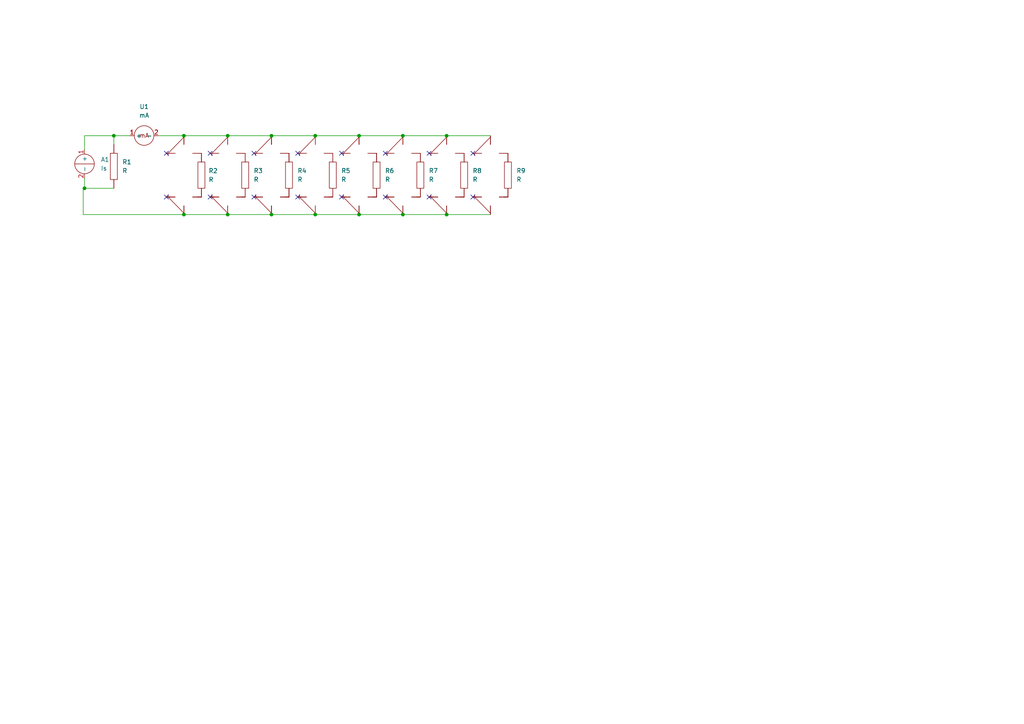
<source format=kicad_sch>
(kicad_sch (version 20211123) (generator eeschema)

  (uuid ff4b4f67-e865-45fb-81bd-9e3977c6177d)

  (paper "A4")

  (lib_symbols
    (symbol "Rly_1" (pin_numbers hide) (pin_names hide) (in_bom yes) (on_board yes)
      (property "Reference" "U" (id 0) (at -3.6576 -1.5748 0)
        (effects (font (size 1.27 1.27)))
      )
      (property "Value" "Rly_1" (id 1) (at 0.254 -2.8956 0)
        (effects (font (size 1.27 1.27)))
      )
      (property "Footprint" "" (id 2) (at 0 0 0)
        (effects (font (size 1.27 1.27)) hide)
      )
      (property "Datasheet" "" (id 3) (at 0 0 0)
        (effects (font (size 1.27 1.27)) hide)
      )
      (symbol "Rly_1_0_1"
        (polyline
          (pts
            (xy -5.08 0)
            (xy -3.9116 0)
          )
          (stroke (width 0) (type default) (color 0 0 0 0))
          (fill (type none))
        )
        (polyline
          (pts
            (xy 3.9116 0)
            (xy 5.08 0)
          )
          (stroke (width 0) (type default) (color 0 0 0 0))
          (fill (type none))
        )
        (polyline
          (pts
            (xy 0 4.6736)
            (xy -4.572 0)
            (xy -4.572 -0.7112)
          )
          (stroke (width 0) (type default) (color 0 0 0 0))
          (fill (type none))
        )
      )
      (symbol "Rly_1_1_1"
        (pin passive line (at 0 5.08 270) (length 2.54)
          (name "Com" (effects (font (size 1.27 1.27))))
          (number "1" (effects (font (size 1.27 1.27))))
        )
        (pin passive line (at -5.08 0 0) (length 2.54)
          (name "NC" (effects (font (size 1.27 1.27))))
          (number "2" (effects (font (size 1.27 1.27))))
        )
        (pin passive line (at 5.08 0 180) (length 2.54)
          (name "NO" (effects (font (size 1.27 1.27))))
          (number "3" (effects (font (size 1.27 1.27))))
        )
      )
    )
    (symbol "Rly_2" (pin_numbers hide) (pin_names hide) (in_bom yes) (on_board yes)
      (property "Reference" "U" (id 0) (at -3.6576 -1.5748 0)
        (effects (font (size 1.27 1.27)))
      )
      (property "Value" "Rly_2" (id 1) (at 0.254 -2.8956 0)
        (effects (font (size 1.27 1.27)))
      )
      (property "Footprint" "" (id 2) (at 0 0 0)
        (effects (font (size 1.27 1.27)) hide)
      )
      (property "Datasheet" "" (id 3) (at 0 0 0)
        (effects (font (size 1.27 1.27)) hide)
      )
      (symbol "Rly_2_0_1"
        (polyline
          (pts
            (xy -5.08 0)
            (xy -3.9116 0)
          )
          (stroke (width 0) (type default) (color 0 0 0 0))
          (fill (type none))
        )
        (polyline
          (pts
            (xy 3.9116 0)
            (xy 5.08 0)
          )
          (stroke (width 0) (type default) (color 0 0 0 0))
          (fill (type none))
        )
        (polyline
          (pts
            (xy 0 4.6736)
            (xy -4.572 0)
            (xy -4.572 -0.7112)
          )
          (stroke (width 0) (type default) (color 0 0 0 0))
          (fill (type none))
        )
      )
      (symbol "Rly_2_1_1"
        (pin passive line (at 0 5.08 270) (length 2.54)
          (name "Com" (effects (font (size 1.27 1.27))))
          (number "1" (effects (font (size 1.27 1.27))))
        )
        (pin passive line (at -5.08 0 0) (length 2.54)
          (name "NC" (effects (font (size 1.27 1.27))))
          (number "2" (effects (font (size 1.27 1.27))))
        )
        (pin passive line (at 5.08 0 180) (length 2.54)
          (name "NO" (effects (font (size 1.27 1.27))))
          (number "3" (effects (font (size 1.27 1.27))))
        )
      )
    )
    (symbol "pspice:R" (pin_numbers hide) (pin_names (offset 0)) (in_bom yes) (on_board yes)
      (property "Reference" "R" (id 0) (at 2.032 0 90)
        (effects (font (size 1.27 1.27)))
      )
      (property "Value" "R" (id 1) (at 0 0 90)
        (effects (font (size 1.27 1.27)))
      )
      (property "Footprint" "" (id 2) (at 0 0 0)
        (effects (font (size 1.27 1.27)) hide)
      )
      (property "Datasheet" "~" (id 3) (at 0 0 0)
        (effects (font (size 1.27 1.27)) hide)
      )
      (property "ki_keywords" "resistor simulation" (id 4) (at 0 0 0)
        (effects (font (size 1.27 1.27)) hide)
      )
      (property "ki_description" "Resistor symbol for simulation only" (id 5) (at 0 0 0)
        (effects (font (size 1.27 1.27)) hide)
      )
      (symbol "R_0_1"
        (rectangle (start -1.016 3.81) (end 1.016 -3.81)
          (stroke (width 0) (type default) (color 0 0 0 0))
          (fill (type none))
        )
      )
      (symbol "R_1_1"
        (pin passive line (at 0 6.35 270) (length 2.54)
          (name "~" (effects (font (size 1.27 1.27))))
          (number "1" (effects (font (size 1.27 1.27))))
        )
        (pin passive line (at 0 -6.35 90) (length 2.54)
          (name "~" (effects (font (size 1.27 1.27))))
          (number "2" (effects (font (size 1.27 1.27))))
        )
      )
    )
    (symbol "test2021:Is" (in_bom yes) (on_board yes)
      (property "Reference" "A" (id 0) (at -3.2258 -3.2004 0)
        (effects (font (size 1.27 1.27)))
      )
      (property "Value" "Is" (id 1) (at -3.5052 2.286 0)
        (effects (font (size 1.27 1.27)))
      )
      (property "Footprint" "" (id 2) (at 0.0762 -0.0254 0)
        (effects (font (size 1.27 1.27)) hide)
      )
      (property "Datasheet" "" (id 3) (at 0.0762 -0.0254 0)
        (effects (font (size 1.27 1.27)) hide)
      )
      (symbol "Is_0_1"
        (polyline
          (pts
            (xy -2.8448 0)
            (xy 2.794 0)
          )
          (stroke (width 0) (type default) (color 0 0 0 0))
          (fill (type none))
        )
        (polyline
          (pts
            (xy 0 2.8194)
            (xy 0 2.8194)
          )
          (stroke (width 0) (type default) (color 0 0 0 0))
          (fill (type none))
        )
        (circle (center 0 0) (radius 2.8398)
          (stroke (width 0) (type default) (color 0 0 0 0))
          (fill (type none))
        )
      )
      (symbol "Is_1_1"
        (pin passive line (at 0 4.1402 270) (length 1.27)
          (name "+" (effects (font (size 1.27 1.27))))
          (number "1" (effects (font (size 1.27 1.27))))
        )
        (pin passive line (at 0 -4.1656 90) (length 1.27)
          (name "-" (effects (font (size 1.27 1.27))))
          (number "2" (effects (font (size 1.27 1.27))))
        )
      )
    )
    (symbol "test2021:mA" (in_bom yes) (on_board yes)
      (property "Reference" "U" (id 0) (at -1.1176 -3.556 0)
        (effects (font (size 1.27 1.27)))
      )
      (property "Value" "mA" (id 1) (at -4.6736 3.7592 0)
        (effects (font (size 1.27 1.27)))
      )
      (property "Footprint" "" (id 2) (at 0 0.0254 0)
        (effects (font (size 1.27 1.27)) hide)
      )
      (property "Datasheet" "" (id 3) (at 0 0.0254 0)
        (effects (font (size 1.27 1.27)) hide)
      )
      (symbol "mA_0_0"
        (text "mA" (at -0.1016 0.0508 0)
          (effects (font (size 1.27 1.27)))
        )
      )
      (symbol "mA_0_1"
        (circle (center -0.1143 0.0635) (radius 2.8398)
          (stroke (width 0) (type default) (color 0 0 0 0))
          (fill (type none))
        )
        (polyline
          (pts
            (xy -2.9337 0.0635)
            (xy -2.9337 0.0635)
          )
          (stroke (width 0) (type default) (color 0 0 0 0))
          (fill (type none))
        )
      )
      (symbol "mA_1_1"
        (pin passive line (at -4.2672 0 0) (length 1.27)
          (name "+" (effects (font (size 1.27 1.27))))
          (number "1" (effects (font (size 1.27 1.27))))
        )
        (pin passive line (at 4.064 0 180) (length 1.27)
          (name "-" (effects (font (size 1.27 1.27))))
          (number "2" (effects (font (size 1.27 1.27))))
        )
      )
    )
  )

  (junction (at 78.74 62.23) (diameter 0) (color 0 0 0 0)
    (uuid 0f8893b8-9855-474e-bc84-6444b4fac304)
  )
  (junction (at 116.84 39.37) (diameter 0) (color 0 0 0 0)
    (uuid 2b22b2f5-97d7-4454-a768-48a503a65e2c)
  )
  (junction (at 116.84 62.23) (diameter 0) (color 0 0 0 0)
    (uuid 45762e4a-79a0-4470-b1d0-df3fa47ff865)
  )
  (junction (at 129.54 62.23) (diameter 0) (color 0 0 0 0)
    (uuid 50a55c23-6045-425b-9a6e-5fee880461ee)
  )
  (junction (at 66.04 62.23) (diameter 0) (color 0 0 0 0)
    (uuid 58a4761d-4605-43b6-b6d6-1f1edeb41e9f)
  )
  (junction (at 104.14 39.37) (diameter 0) (color 0 0 0 0)
    (uuid 5920c2cc-6ea7-4fa3-bd85-b45e70859aea)
  )
  (junction (at 78.74 39.37) (diameter 0) (color 0 0 0 0)
    (uuid 881a9121-ce4f-4360-b25f-deb9686c6501)
  )
  (junction (at 129.54 39.37) (diameter 0) (color 0 0 0 0)
    (uuid 91d1781d-0f6e-4168-8914-8e0b4e241435)
  )
  (junction (at 104.14 62.23) (diameter 0) (color 0 0 0 0)
    (uuid 98999b7f-b3a3-4d0e-af21-f12dda4e8e62)
  )
  (junction (at 66.04 39.37) (diameter 0) (color 0 0 0 0)
    (uuid a9005583-8f8f-4a12-b029-ed5c8b4cbfe1)
  )
  (junction (at 91.44 62.23) (diameter 0) (color 0 0 0 0)
    (uuid b53444b9-a3a6-479e-92df-8dd3ec6a9fc2)
  )
  (junction (at 53.34 39.37) (diameter 0) (color 0 0 0 0)
    (uuid cac35827-322f-4c94-afc2-0fac18abf0dd)
  )
  (junction (at 33.02 39.37) (diameter 0) (color 0 0 0 0)
    (uuid d0fc1e2f-180b-4057-9c2e-932fac029573)
  )
  (junction (at 53.34 62.23) (diameter 0) (color 0 0 0 0)
    (uuid e72daa54-011b-4a3d-a855-53be40d90fe2)
  )
  (junction (at 24.511 54.61) (diameter 0) (color 0 0 0 0)
    (uuid ec6e5df7-9ada-4d37-b7cf-4f7024cdb669)
  )
  (junction (at 91.44 39.37) (diameter 0) (color 0 0 0 0)
    (uuid ff47d249-f937-4e70-92e1-d015db3ddc94)
  )

  (no_connect (at 48.26 44.45) (uuid 0fa31d55-a22c-4841-808d-bb831179ad2f))
  (no_connect (at 137.16 57.15) (uuid 1906d530-7871-4ffe-b5ce-6b13ff84c3c2))
  (no_connect (at 60.96 44.45) (uuid 2879cfa5-09fc-4512-879b-2a6f0b951268))
  (no_connect (at 73.66 57.15) (uuid 4f64d126-b57a-4459-8fce-b439357399ad))
  (no_connect (at 86.36 44.45) (uuid 5250dc63-1e1b-467c-8cc8-6dc5718d1bd8))
  (no_connect (at 111.76 44.45) (uuid 593e9552-1dac-4407-b465-1bcb1b2f8eaf))
  (no_connect (at 137.16 44.45) (uuid 77395313-da68-4122-82fb-bc46a08bdd81))
  (no_connect (at 86.36 57.15) (uuid 7c6d1d0f-f6dd-4cd0-a898-7167fac90ab1))
  (no_connect (at 124.46 44.45) (uuid 8c6602d3-e759-4d8e-a885-fd2542721cd0))
  (no_connect (at 124.46 57.15) (uuid b480d223-b852-4e79-85ff-c1c6bfcb8236))
  (no_connect (at 73.66 44.45) (uuid bf563075-4b1b-4b88-a81d-c964125449c9))
  (no_connect (at 99.06 57.15) (uuid ced1d80f-df53-46e0-904a-13f95cc50070))
  (no_connect (at 99.06 44.45) (uuid d84c9599-4ee3-403a-b822-73911139b967))
  (no_connect (at 111.76 57.15) (uuid de9ce1ab-bc92-4dcf-9763-e2646082d9d4))
  (no_connect (at 48.26 57.15) (uuid f314c05f-1a6c-42e8-94d5-659b836145e1))
  (no_connect (at 60.96 57.15) (uuid f314c05f-1a6c-42e8-94d5-659b836145e1))

  (wire (pts (xy 24.13 54.61) (xy 24.511 54.61))
    (stroke (width 0) (type default) (color 0 0 0 0))
    (uuid 0bee2ba3-d931-4d84-b65f-e139c7746fb0)
  )
  (wire (pts (xy 78.74 62.23) (xy 91.44 62.23))
    (stroke (width 0) (type default) (color 0 0 0 0))
    (uuid 14d87477-759b-48b7-acab-044549665e6f)
  )
  (wire (pts (xy 24.511 39.37) (xy 33.02 39.37))
    (stroke (width 0) (type default) (color 0 0 0 0))
    (uuid 1a8e736b-a6bf-4859-82a8-b86ee648e07c)
  )
  (wire (pts (xy 24.13 62.23) (xy 24.13 54.61))
    (stroke (width 0) (type default) (color 0 0 0 0))
    (uuid 24ea0881-3374-4fd7-8404-2215b647d9fa)
  )
  (wire (pts (xy 116.84 62.23) (xy 129.54 62.23))
    (stroke (width 0) (type default) (color 0 0 0 0))
    (uuid 3ffe009b-fadf-42cb-a98a-05db29a2e20c)
  )
  (wire (pts (xy 24.511 54.61) (xy 33.02 54.61))
    (stroke (width 0) (type default) (color 0 0 0 0))
    (uuid 54b81f04-f433-45fb-9186-5be09c3943d9)
  )
  (wire (pts (xy 33.02 39.37) (xy 33.02 41.91))
    (stroke (width 0) (type default) (color 0 0 0 0))
    (uuid 5698efce-0416-4734-9ced-12961314982b)
  )
  (wire (pts (xy 66.04 62.23) (xy 78.74 62.23))
    (stroke (width 0) (type default) (color 0 0 0 0))
    (uuid 73ecd455-6144-4e34-9cf8-8124d14d2830)
  )
  (wire (pts (xy 129.54 39.37) (xy 142.24 39.37))
    (stroke (width 0) (type default) (color 0 0 0 0))
    (uuid 758d21df-ac74-4c7f-96c9-1ac219ecf9af)
  )
  (wire (pts (xy 116.84 39.37) (xy 129.54 39.37))
    (stroke (width 0) (type default) (color 0 0 0 0))
    (uuid 76500cfa-88fc-4991-8b98-5465f0ecb194)
  )
  (wire (pts (xy 91.44 39.37) (xy 104.14 39.37))
    (stroke (width 0) (type default) (color 0 0 0 0))
    (uuid 86b65d2b-d044-41d4-91f4-3ca5874d46cd)
  )
  (wire (pts (xy 33.02 39.37) (xy 37.6428 39.37))
    (stroke (width 0) (type default) (color 0 0 0 0))
    (uuid 93d1a4ae-ce09-436c-9290-5fb2ab7bb343)
  )
  (wire (pts (xy 24.511 51.7144) (xy 24.511 54.61))
    (stroke (width 0) (type default) (color 0 0 0 0))
    (uuid aa68202f-20b6-4541-8c4d-93208c761db0)
  )
  (wire (pts (xy 129.54 62.23) (xy 142.24 62.23))
    (stroke (width 0) (type default) (color 0 0 0 0))
    (uuid b04d3f30-4a14-4707-8c43-d701a1191649)
  )
  (wire (pts (xy 104.14 39.37) (xy 116.84 39.37))
    (stroke (width 0) (type default) (color 0 0 0 0))
    (uuid b808a528-27d6-4979-af7d-32ba88da6092)
  )
  (wire (pts (xy 66.04 39.37) (xy 78.74 39.37))
    (stroke (width 0) (type default) (color 0 0 0 0))
    (uuid c168614e-80a3-4072-8beb-dfe90f5d3960)
  )
  (wire (pts (xy 24.511 43.4086) (xy 24.511 39.37))
    (stroke (width 0) (type default) (color 0 0 0 0))
    (uuid c601f78b-0187-49e7-8103-cf2a94bbd288)
  )
  (wire (pts (xy 53.34 62.23) (xy 24.13 62.23))
    (stroke (width 0) (type default) (color 0 0 0 0))
    (uuid cda5da35-03d0-4381-9bc0-13196c9e089f)
  )
  (wire (pts (xy 53.34 62.23) (xy 66.04 62.23))
    (stroke (width 0) (type default) (color 0 0 0 0))
    (uuid d029d7b0-45eb-4b72-9d96-233b164a1b55)
  )
  (wire (pts (xy 45.974 39.37) (xy 53.34 39.37))
    (stroke (width 0) (type default) (color 0 0 0 0))
    (uuid da03e8fd-fe3c-44cf-bdab-a444d7dff69e)
  )
  (wire (pts (xy 78.74 39.37) (xy 91.44 39.37))
    (stroke (width 0) (type default) (color 0 0 0 0))
    (uuid df05b4e1-0335-4197-a1e5-5a86af1b3c4f)
  )
  (wire (pts (xy 104.14 62.23) (xy 116.84 62.23))
    (stroke (width 0) (type default) (color 0 0 0 0))
    (uuid e50ab955-2a4d-4758-82e6-99cd279306b6)
  )
  (wire (pts (xy 53.34 39.37) (xy 66.04 39.37))
    (stroke (width 0) (type default) (color 0 0 0 0))
    (uuid ebf00be0-b25a-45c1-8e29-9700919204c5)
  )
  (wire (pts (xy 91.44 62.23) (xy 104.14 62.23))
    (stroke (width 0) (type default) (color 0 0 0 0))
    (uuid f0646798-bc8b-462f-b80d-3977eaf3d017)
  )

  (symbol (lib_name "Rly_1") (lib_id "test2021:Rly") (at 53.34 44.45 0) (unit 1)
    (in_bom yes) (on_board yes) (fields_autoplaced)
    (uuid 12ec348f-ca6c-417c-8980-e7cb157a5d19)
    (property "Reference" "U2" (id 0) (at 53.34 47.4472 0)
      (effects (font (size 1.27 1.27)) hide)
    )
    (property "Value" "Rly" (id 1) (at 53.34 49.9872 0)
      (effects (font (size 1.27 1.27)) hide)
    )
    (property "Footprint" "test2021:RLy" (id 2) (at 53.34 44.45 0)
      (effects (font (size 1.27 1.27)) hide)
    )
    (property "Datasheet" "" (id 3) (at 53.34 44.45 0)
      (effects (font (size 1.27 1.27)) hide)
    )
    (pin "1" (uuid b116b9ae-311e-4d07-92e9-19bdfebdbc2d))
    (pin "2" (uuid 2579784e-cf06-435f-93f6-8f4e58ce31d8))
    (pin "3" (uuid 85773c68-8289-4805-82cd-788ad85d9053))
  )

  (symbol (lib_id "pspice:R") (at 83.82 50.8 0) (unit 1)
    (in_bom yes) (on_board yes) (fields_autoplaced)
    (uuid 17a0f146-f814-47cb-ad53-ca6123df7683)
    (property "Reference" "R4" (id 0) (at 86.2584 49.5299 0)
      (effects (font (size 1.27 1.27)) (justify left))
    )
    (property "Value" "R" (id 1) (at 86.2584 52.0699 0)
      (effects (font (size 1.27 1.27)) (justify left))
    )
    (property "Footprint" "test2021:R" (id 2) (at 83.82 50.8 0)
      (effects (font (size 1.27 1.27)) hide)
    )
    (property "Datasheet" "~" (id 3) (at 83.82 50.8 0)
      (effects (font (size 1.27 1.27)) hide)
    )
    (pin "1" (uuid 7148a124-e0d5-4854-9010-08ea34080a4e))
    (pin "2" (uuid d0259ab6-cfc0-4866-9182-aa7684d8725c))
  )

  (symbol (lib_id "pspice:R") (at 33.02 48.26 0) (unit 1)
    (in_bom yes) (on_board yes) (fields_autoplaced)
    (uuid 17c7f5d7-8b31-401d-9d7d-b9b5dae8f44f)
    (property "Reference" "R1" (id 0) (at 35.4584 46.9899 0)
      (effects (font (size 1.27 1.27)) (justify left))
    )
    (property "Value" "R" (id 1) (at 35.4584 49.5299 0)
      (effects (font (size 1.27 1.27)) (justify left))
    )
    (property "Footprint" "test2021:R" (id 2) (at 33.02 48.26 0)
      (effects (font (size 1.27 1.27)) hide)
    )
    (property "Datasheet" "~" (id 3) (at 33.02 48.26 0)
      (effects (font (size 1.27 1.27)) hide)
    )
    (pin "1" (uuid 43143061-dd30-463d-ae56-860542b4280d))
    (pin "2" (uuid fab79088-5699-43cf-acf7-b0b773e5334c))
  )

  (symbol (lib_name "Rly_1") (lib_id "test2021:Rly") (at 142.24 44.45 0) (unit 1)
    (in_bom yes) (on_board yes) (fields_autoplaced)
    (uuid 1802d821-b7e6-41c7-a791-94e0a98feaaf)
    (property "Reference" "U16" (id 0) (at 142.24 47.4472 0)
      (effects (font (size 1.27 1.27)) hide)
    )
    (property "Value" "Rly" (id 1) (at 142.24 49.9872 0)
      (effects (font (size 1.27 1.27)) hide)
    )
    (property "Footprint" "test2021:RLy" (id 2) (at 142.24 44.45 0)
      (effects (font (size 1.27 1.27)) hide)
    )
    (property "Datasheet" "" (id 3) (at 142.24 44.45 0)
      (effects (font (size 1.27 1.27)) hide)
    )
    (pin "1" (uuid 6627712e-371e-4eb7-975b-e04434d1fc6d))
    (pin "2" (uuid 7f33c836-eea7-440f-81eb-5ce7acd98fa2))
    (pin "3" (uuid cf8d9e4a-aef0-495c-bba8-66469128eb22))
  )

  (symbol (lib_name "Rly_2") (lib_id "test2021:Rly") (at 104.14 57.15 0) (mirror x) (unit 1)
    (in_bom yes) (on_board yes) (fields_autoplaced)
    (uuid 2884a47c-325c-4cf6-87e1-085f33e0c75d)
    (property "Reference" "U11" (id 0) (at 104.14 54.1528 0)
      (effects (font (size 1.27 1.27)) hide)
    )
    (property "Value" "Rly" (id 1) (at 104.14 51.6128 0)
      (effects (font (size 1.27 1.27)) hide)
    )
    (property "Footprint" "test2021:RLy" (id 2) (at 104.14 57.15 0)
      (effects (font (size 1.27 1.27)) hide)
    )
    (property "Datasheet" "" (id 3) (at 104.14 57.15 0)
      (effects (font (size 1.27 1.27)) hide)
    )
    (pin "1" (uuid 9c0cf24f-1299-4a4c-8481-1a1d3ab3109b))
    (pin "2" (uuid 84acfa31-bbfe-472a-bf16-d585dffaad31))
    (pin "3" (uuid 6cab1366-044f-43e7-86c2-344ef489d022))
  )

  (symbol (lib_name "Rly_2") (lib_id "test2021:Rly") (at 142.24 57.15 0) (mirror x) (unit 1)
    (in_bom yes) (on_board yes) (fields_autoplaced)
    (uuid 2cae3206-9ac9-4449-b2c7-ce20cbf51356)
    (property "Reference" "U17" (id 0) (at 142.24 54.1528 0)
      (effects (font (size 1.27 1.27)) hide)
    )
    (property "Value" "Rly" (id 1) (at 142.24 51.6128 0)
      (effects (font (size 1.27 1.27)) hide)
    )
    (property "Footprint" "test2021:RLy" (id 2) (at 142.24 57.15 0)
      (effects (font (size 1.27 1.27)) hide)
    )
    (property "Datasheet" "" (id 3) (at 142.24 57.15 0)
      (effects (font (size 1.27 1.27)) hide)
    )
    (pin "1" (uuid fc262894-2763-47d1-acb9-e84cbc22bd88))
    (pin "2" (uuid 8b256bdc-be22-4fbe-a7e9-8d8cb00db575))
    (pin "3" (uuid 64d19d64-9461-4100-a207-70f06f935b7f))
  )

  (symbol (lib_id "test2021:mA") (at 41.91 39.37 0) (unit 1)
    (in_bom yes) (on_board yes) (fields_autoplaced)
    (uuid 2fdd792c-b388-4273-9086-bc1bbffff4c4)
    (property "Reference" "U1" (id 0) (at 41.8084 30.9372 0))
    (property "Value" "mA" (id 1) (at 41.8084 33.4772 0))
    (property "Footprint" "test2021:Multimeter" (id 2) (at 41.91 39.3446 0)
      (effects (font (size 1.27 1.27)) hide)
    )
    (property "Datasheet" "" (id 3) (at 41.91 39.3446 0)
      (effects (font (size 1.27 1.27)) hide)
    )
    (pin "1" (uuid 0bd5fa5f-1cf9-4c05-88ef-943a36ffabc3))
    (pin "2" (uuid 82b814a0-708d-4dc7-9164-ee065db43cfe))
  )

  (symbol (lib_name "Rly_1") (lib_id "test2021:Rly") (at 78.74 44.45 0) (unit 1)
    (in_bom yes) (on_board yes) (fields_autoplaced)
    (uuid 307d60d8-106c-4e1f-992f-7e09fea51a71)
    (property "Reference" "U6" (id 0) (at 78.74 47.4472 0)
      (effects (font (size 1.27 1.27)) hide)
    )
    (property "Value" "Rly" (id 1) (at 78.74 49.9872 0)
      (effects (font (size 1.27 1.27)) hide)
    )
    (property "Footprint" "test2021:RLy" (id 2) (at 78.74 44.45 0)
      (effects (font (size 1.27 1.27)) hide)
    )
    (property "Datasheet" "" (id 3) (at 78.74 44.45 0)
      (effects (font (size 1.27 1.27)) hide)
    )
    (pin "1" (uuid 71e93e5d-0722-4adc-bb10-18f40e6beef4))
    (pin "2" (uuid 8a508d80-8133-42be-bbc9-884f149ed328))
    (pin "3" (uuid b62410db-8dc1-45af-9616-2754657b6304))
  )

  (symbol (lib_id "pspice:R") (at 58.42 50.8 0) (unit 1)
    (in_bom yes) (on_board yes)
    (uuid 34351a25-9ca8-4194-a076-f082216283f5)
    (property "Reference" "R2" (id 0) (at 60.4774 49.5553 0)
      (effects (font (size 1.27 1.27)) (justify left))
    )
    (property "Value" "R" (id 1) (at 60.4774 52.0953 0)
      (effects (font (size 1.27 1.27)) (justify left))
    )
    (property "Footprint" "test2021:R" (id 2) (at 58.42 50.8 0)
      (effects (font (size 1.27 1.27)) hide)
    )
    (property "Datasheet" "~" (id 3) (at 58.42 50.8 0)
      (effects (font (size 1.27 1.27)) hide)
    )
    (pin "1" (uuid 650d3a82-253e-4eb5-a628-8ce6d0c748be))
    (pin "2" (uuid d171354c-ea7b-42c8-a58f-a866b791b328))
  )

  (symbol (lib_name "Rly_2") (lib_id "test2021:Rly") (at 78.74 57.15 0) (mirror x) (unit 1)
    (in_bom yes) (on_board yes) (fields_autoplaced)
    (uuid 3829bff7-52bd-449a-b22b-995fc287e765)
    (property "Reference" "U7" (id 0) (at 78.74 54.1528 0)
      (effects (font (size 1.27 1.27)) hide)
    )
    (property "Value" "Rly" (id 1) (at 78.74 51.6128 0)
      (effects (font (size 1.27 1.27)) hide)
    )
    (property "Footprint" "test2021:RLy" (id 2) (at 78.74 57.15 0)
      (effects (font (size 1.27 1.27)) hide)
    )
    (property "Datasheet" "" (id 3) (at 78.74 57.15 0)
      (effects (font (size 1.27 1.27)) hide)
    )
    (pin "1" (uuid ae0fb142-83d4-489d-85b0-84d224dc7ccd))
    (pin "2" (uuid fee0ea5d-142b-4f60-9558-4601e8bb15e7))
    (pin "3" (uuid 2400bf0b-4b64-4d6d-a65b-ed3d7ed6fdb9))
  )

  (symbol (lib_id "pspice:R") (at 109.22 50.8 0) (unit 1)
    (in_bom yes) (on_board yes) (fields_autoplaced)
    (uuid 5d327eae-2e92-4af6-848b-63dfe90706cd)
    (property "Reference" "R6" (id 0) (at 111.6584 49.5299 0)
      (effects (font (size 1.27 1.27)) (justify left))
    )
    (property "Value" "R" (id 1) (at 111.6584 52.0699 0)
      (effects (font (size 1.27 1.27)) (justify left))
    )
    (property "Footprint" "test2021:R" (id 2) (at 109.22 50.8 0)
      (effects (font (size 1.27 1.27)) hide)
    )
    (property "Datasheet" "~" (id 3) (at 109.22 50.8 0)
      (effects (font (size 1.27 1.27)) hide)
    )
    (pin "1" (uuid 431d71e7-1331-42e5-a335-04ce830040da))
    (pin "2" (uuid 8dcd2404-758b-4917-ae05-556902564cbd))
  )

  (symbol (lib_name "Rly_1") (lib_id "test2021:Rly") (at 129.54 44.45 0) (unit 1)
    (in_bom yes) (on_board yes) (fields_autoplaced)
    (uuid 61489da5-ece7-4429-8110-acb84a7c9fda)
    (property "Reference" "U14" (id 0) (at 129.54 47.4472 0)
      (effects (font (size 1.27 1.27)) hide)
    )
    (property "Value" "Rly" (id 1) (at 129.54 49.9872 0)
      (effects (font (size 1.27 1.27)) hide)
    )
    (property "Footprint" "test2021:RLy" (id 2) (at 129.54 44.45 0)
      (effects (font (size 1.27 1.27)) hide)
    )
    (property "Datasheet" "" (id 3) (at 129.54 44.45 0)
      (effects (font (size 1.27 1.27)) hide)
    )
    (pin "1" (uuid 51233c4f-987d-4a3d-b341-33510c73a65b))
    (pin "2" (uuid 54f6d0d8-fd87-44c9-a7ba-ad3c4605bc54))
    (pin "3" (uuid 2aecffa4-96f3-4d96-aac7-6088e31b0d1b))
  )

  (symbol (lib_name "Rly_1") (lib_id "test2021:Rly") (at 104.14 44.45 0) (unit 1)
    (in_bom yes) (on_board yes) (fields_autoplaced)
    (uuid 7f2f83c8-0411-4fa2-a782-3c069b99cf0d)
    (property "Reference" "U10" (id 0) (at 104.14 47.4472 0)
      (effects (font (size 1.27 1.27)) hide)
    )
    (property "Value" "Rly" (id 1) (at 104.14 49.9872 0)
      (effects (font (size 1.27 1.27)) hide)
    )
    (property "Footprint" "test2021:RLy" (id 2) (at 104.14 44.45 0)
      (effects (font (size 1.27 1.27)) hide)
    )
    (property "Datasheet" "" (id 3) (at 104.14 44.45 0)
      (effects (font (size 1.27 1.27)) hide)
    )
    (pin "1" (uuid 9f373bc8-8d9c-4a19-8d1e-9005ec4eba4c))
    (pin "2" (uuid 42e9a0ce-8fc7-48c0-b57c-2acd36c69f6c))
    (pin "3" (uuid af5f3458-6c50-4dc8-a732-aba76853d393))
  )

  (symbol (lib_name "Rly_2") (lib_id "test2021:Rly") (at 66.04 57.15 0) (mirror x) (unit 1)
    (in_bom yes) (on_board yes) (fields_autoplaced)
    (uuid 8388af46-02d0-40dc-bb43-47a0e3a6c95f)
    (property "Reference" "U5" (id 0) (at 66.04 54.1528 0)
      (effects (font (size 1.27 1.27)) hide)
    )
    (property "Value" "Rly" (id 1) (at 66.04 51.6128 0)
      (effects (font (size 1.27 1.27)) hide)
    )
    (property "Footprint" "test2021:RLy" (id 2) (at 66.04 57.15 0)
      (effects (font (size 1.27 1.27)) hide)
    )
    (property "Datasheet" "" (id 3) (at 66.04 57.15 0)
      (effects (font (size 1.27 1.27)) hide)
    )
    (pin "1" (uuid 0b42c236-ea46-4bb8-b794-c2af4af12610))
    (pin "2" (uuid 2382e991-7bae-41c6-b9f6-45b77b728b54))
    (pin "3" (uuid 137da464-92ab-41f6-934b-3da2e3c5673d))
  )

  (symbol (lib_name "Rly_1") (lib_id "test2021:Rly") (at 91.44 44.45 0) (unit 1)
    (in_bom yes) (on_board yes) (fields_autoplaced)
    (uuid 89a81fea-06ce-420d-ba2b-e08c3cc27e77)
    (property "Reference" "U8" (id 0) (at 91.44 47.4472 0)
      (effects (font (size 1.27 1.27)) hide)
    )
    (property "Value" "Rly" (id 1) (at 91.44 49.9872 0)
      (effects (font (size 1.27 1.27)) hide)
    )
    (property "Footprint" "test2021:RLy" (id 2) (at 91.44 44.45 0)
      (effects (font (size 1.27 1.27)) hide)
    )
    (property "Datasheet" "" (id 3) (at 91.44 44.45 0)
      (effects (font (size 1.27 1.27)) hide)
    )
    (pin "1" (uuid 259ebd81-cea7-4c1c-81ce-60eed12ac538))
    (pin "2" (uuid 6f593099-cbad-403d-8dea-b8a38ec28d46))
    (pin "3" (uuid 389b954a-0283-41c7-804e-c721075936cc))
  )

  (symbol (lib_id "test2021:Is") (at 24.511 47.5488 0) (unit 1)
    (in_bom yes) (on_board yes) (fields_autoplaced)
    (uuid 8f3a4fc8-fe00-4a38-af07-aee005e9414f)
    (property "Reference" "A1" (id 0) (at 29.21 46.2914 0)
      (effects (font (size 1.27 1.27)) (justify left))
    )
    (property "Value" "Is" (id 1) (at 29.21 48.8314 0)
      (effects (font (size 1.27 1.27)) (justify left))
    )
    (property "Footprint" "test2021:Is" (id 2) (at 24.5872 47.5742 0)
      (effects (font (size 1.27 1.27)) hide)
    )
    (property "Datasheet" "" (id 3) (at 24.5872 47.5742 0)
      (effects (font (size 1.27 1.27)) hide)
    )
    (pin "1" (uuid 2d3e1280-6d75-4da0-95e3-997a2435c6f2))
    (pin "2" (uuid be979546-996b-483b-be9f-bba0e581e78d))
  )

  (symbol (lib_name "Rly_2") (lib_id "test2021:Rly") (at 91.44 57.15 0) (mirror x) (unit 1)
    (in_bom yes) (on_board yes) (fields_autoplaced)
    (uuid 9419da5d-9636-4114-a44f-98d5ad9e3343)
    (property "Reference" "U9" (id 0) (at 91.44 54.1528 0)
      (effects (font (size 1.27 1.27)) hide)
    )
    (property "Value" "Rly" (id 1) (at 91.44 51.6128 0)
      (effects (font (size 1.27 1.27)) hide)
    )
    (property "Footprint" "test2021:RLy" (id 2) (at 91.44 57.15 0)
      (effects (font (size 1.27 1.27)) hide)
    )
    (property "Datasheet" "" (id 3) (at 91.44 57.15 0)
      (effects (font (size 1.27 1.27)) hide)
    )
    (pin "1" (uuid 4707e3c2-6ec2-40f9-9ee3-06ce93797901))
    (pin "2" (uuid 7e61fbf4-1d6f-4a2f-8eb4-e84a09e59870))
    (pin "3" (uuid 7e468918-37ac-41af-8f26-9480525da8cb))
  )

  (symbol (lib_name "Rly_2") (lib_id "test2021:Rly") (at 53.34 57.15 0) (mirror x) (unit 1)
    (in_bom yes) (on_board yes) (fields_autoplaced)
    (uuid 9e9a6d1c-93f7-430c-bb58-8f0b8e44ffdf)
    (property "Reference" "U3" (id 0) (at 53.34 54.1528 0)
      (effects (font (size 1.27 1.27)) hide)
    )
    (property "Value" "Rly" (id 1) (at 53.34 51.6128 0)
      (effects (font (size 1.27 1.27)) hide)
    )
    (property "Footprint" "test2021:RLy" (id 2) (at 53.34 57.15 0)
      (effects (font (size 1.27 1.27)) hide)
    )
    (property "Datasheet" "" (id 3) (at 53.34 57.15 0)
      (effects (font (size 1.27 1.27)) hide)
    )
    (pin "1" (uuid d9fc3221-9130-464d-9230-261bdb03a3a8))
    (pin "2" (uuid d85d4a5a-eb71-4b26-9955-235573c550f6))
    (pin "3" (uuid 990cac63-61b0-453f-8268-8f88b14ed0a0))
  )

  (symbol (lib_name "Rly_2") (lib_id "test2021:Rly") (at 129.54 57.15 0) (mirror x) (unit 1)
    (in_bom yes) (on_board yes) (fields_autoplaced)
    (uuid a92608d4-d8d4-4314-bd28-789902a68822)
    (property "Reference" "U15" (id 0) (at 129.54 54.1528 0)
      (effects (font (size 1.27 1.27)) hide)
    )
    (property "Value" "Rly" (id 1) (at 129.54 51.6128 0)
      (effects (font (size 1.27 1.27)) hide)
    )
    (property "Footprint" "test2021:RLy" (id 2) (at 129.54 57.15 0)
      (effects (font (size 1.27 1.27)) hide)
    )
    (property "Datasheet" "" (id 3) (at 129.54 57.15 0)
      (effects (font (size 1.27 1.27)) hide)
    )
    (pin "1" (uuid ef3a7f8a-5be0-437b-ab58-6c67367fbf25))
    (pin "2" (uuid 1e0492a2-90a4-4671-8f52-44294bc435f3))
    (pin "3" (uuid 63d1081a-77bb-414b-8d02-72b57523167a))
  )

  (symbol (lib_name "Rly_1") (lib_id "test2021:Rly") (at 66.04 44.45 0) (unit 1)
    (in_bom yes) (on_board yes) (fields_autoplaced)
    (uuid ae36b362-b1fe-4c3c-85b9-5f57aa2c7e5b)
    (property "Reference" "U4" (id 0) (at 66.04 47.4472 0)
      (effects (font (size 1.27 1.27)) hide)
    )
    (property "Value" "Rly" (id 1) (at 66.04 49.9872 0)
      (effects (font (size 1.27 1.27)) hide)
    )
    (property "Footprint" "test2021:RLy" (id 2) (at 66.04 44.45 0)
      (effects (font (size 1.27 1.27)) hide)
    )
    (property "Datasheet" "" (id 3) (at 66.04 44.45 0)
      (effects (font (size 1.27 1.27)) hide)
    )
    (pin "1" (uuid db4caa42-0f0f-49de-9126-6d56d026bd79))
    (pin "2" (uuid 333c8913-bcdd-41d8-b798-b31429b03e6d))
    (pin "3" (uuid c9804e9f-4d58-41e6-8ae2-d89ae979d3f1))
  )

  (symbol (lib_name "Rly_1") (lib_id "test2021:Rly") (at 116.84 44.45 0) (unit 1)
    (in_bom yes) (on_board yes) (fields_autoplaced)
    (uuid bd96dfb0-d7ff-4a11-a573-0cd4e4a2d647)
    (property "Reference" "U12" (id 0) (at 116.84 47.4472 0)
      (effects (font (size 1.27 1.27)) hide)
    )
    (property "Value" "Rly" (id 1) (at 116.84 49.9872 0)
      (effects (font (size 1.27 1.27)) hide)
    )
    (property "Footprint" "test2021:RLy" (id 2) (at 116.84 44.45 0)
      (effects (font (size 1.27 1.27)) hide)
    )
    (property "Datasheet" "" (id 3) (at 116.84 44.45 0)
      (effects (font (size 1.27 1.27)) hide)
    )
    (pin "1" (uuid 30e0cd38-572a-4f35-ae98-fd5fd1da0373))
    (pin "2" (uuid 81cc7435-a7e2-401c-a6a7-1410e82973bc))
    (pin "3" (uuid e88b3e0d-03e2-4b46-a50d-5c2c4faf7739))
  )

  (symbol (lib_id "pspice:R") (at 96.52 50.8 0) (unit 1)
    (in_bom yes) (on_board yes) (fields_autoplaced)
    (uuid be77855a-156b-4b0c-b1d1-bf0754adde88)
    (property "Reference" "R5" (id 0) (at 98.9584 49.5299 0)
      (effects (font (size 1.27 1.27)) (justify left))
    )
    (property "Value" "R" (id 1) (at 98.9584 52.0699 0)
      (effects (font (size 1.27 1.27)) (justify left))
    )
    (property "Footprint" "test2021:R" (id 2) (at 96.52 50.8 0)
      (effects (font (size 1.27 1.27)) hide)
    )
    (property "Datasheet" "~" (id 3) (at 96.52 50.8 0)
      (effects (font (size 1.27 1.27)) hide)
    )
    (pin "1" (uuid 81e47059-2a0a-4b3c-a4c6-039cc9c8e9ae))
    (pin "2" (uuid a6afd114-d275-4127-b1fe-4806787d3278))
  )

  (symbol (lib_id "pspice:R") (at 134.62 50.8 0) (unit 1)
    (in_bom yes) (on_board yes) (fields_autoplaced)
    (uuid c8b41034-7575-4aad-b4f8-5e599154be47)
    (property "Reference" "R8" (id 0) (at 137.0584 49.5299 0)
      (effects (font (size 1.27 1.27)) (justify left))
    )
    (property "Value" "R" (id 1) (at 137.0584 52.0699 0)
      (effects (font (size 1.27 1.27)) (justify left))
    )
    (property "Footprint" "test2021:R" (id 2) (at 134.62 50.8 0)
      (effects (font (size 1.27 1.27)) hide)
    )
    (property "Datasheet" "~" (id 3) (at 134.62 50.8 0)
      (effects (font (size 1.27 1.27)) hide)
    )
    (pin "1" (uuid 864f878b-876e-416b-b15e-2deff9452142))
    (pin "2" (uuid 0cd2c9bf-8ff5-4517-83af-9d6f12e3336c))
  )

  (symbol (lib_name "Rly_2") (lib_id "test2021:Rly") (at 116.84 57.15 0) (mirror x) (unit 1)
    (in_bom yes) (on_board yes) (fields_autoplaced)
    (uuid d20294f9-e61f-48d1-aee1-756891cb7a19)
    (property "Reference" "U13" (id 0) (at 116.84 54.1528 0)
      (effects (font (size 1.27 1.27)) hide)
    )
    (property "Value" "Rly" (id 1) (at 116.84 51.6128 0)
      (effects (font (size 1.27 1.27)) hide)
    )
    (property "Footprint" "test2021:RLy" (id 2) (at 116.84 57.15 0)
      (effects (font (size 1.27 1.27)) hide)
    )
    (property "Datasheet" "" (id 3) (at 116.84 57.15 0)
      (effects (font (size 1.27 1.27)) hide)
    )
    (pin "1" (uuid 4a8e48f5-0f50-4750-9dbd-86b3b2d50853))
    (pin "2" (uuid 949f3bca-8ffa-4050-9dd0-8097011d9c54))
    (pin "3" (uuid c8683633-00e8-41fc-a941-a1184b6813b6))
  )

  (symbol (lib_id "pspice:R") (at 121.92 50.8 0) (unit 1)
    (in_bom yes) (on_board yes) (fields_autoplaced)
    (uuid ecb741cd-e633-4400-8755-b3b3911f525b)
    (property "Reference" "R7" (id 0) (at 124.3584 49.5299 0)
      (effects (font (size 1.27 1.27)) (justify left))
    )
    (property "Value" "R" (id 1) (at 124.3584 52.0699 0)
      (effects (font (size 1.27 1.27)) (justify left))
    )
    (property "Footprint" "test2021:R" (id 2) (at 121.92 50.8 0)
      (effects (font (size 1.27 1.27)) hide)
    )
    (property "Datasheet" "~" (id 3) (at 121.92 50.8 0)
      (effects (font (size 1.27 1.27)) hide)
    )
    (pin "1" (uuid 007ac4ea-e122-4a36-8ccc-d48c67f631e6))
    (pin "2" (uuid 07152158-ce8f-40e7-8350-2019f7bb2797))
  )

  (symbol (lib_id "pspice:R") (at 147.32 50.8 0) (unit 1)
    (in_bom yes) (on_board yes)
    (uuid f8038590-ddfb-47f2-8002-0efe8d56eed3)
    (property "Reference" "R9" (id 0) (at 149.7584 49.5299 0)
      (effects (font (size 1.27 1.27)) (justify left))
    )
    (property "Value" "R" (id 1) (at 149.7584 52.0699 0)
      (effects (font (size 1.27 1.27)) (justify left))
    )
    (property "Footprint" "test2021:R" (id 2) (at 147.32 50.8 0)
      (effects (font (size 1.27 1.27)) hide)
    )
    (property "Datasheet" "~" (id 3) (at 147.32 50.8 0)
      (effects (font (size 1.27 1.27)) hide)
    )
    (pin "1" (uuid 17cfbbca-3be2-4278-95c5-a933a63bc45e))
    (pin "2" (uuid 0f077d11-c873-497d-8991-b0024542dd74))
  )

  (symbol (lib_id "pspice:R") (at 71.12 50.8 0) (unit 1)
    (in_bom yes) (on_board yes) (fields_autoplaced)
    (uuid ff2d5962-4e48-4564-aefc-1123f1f77a59)
    (property "Reference" "R3" (id 0) (at 73.5584 49.5299 0)
      (effects (font (size 1.27 1.27)) (justify left))
    )
    (property "Value" "R" (id 1) (at 73.5584 52.0699 0)
      (effects (font (size 1.27 1.27)) (justify left))
    )
    (property "Footprint" "test2021:R" (id 2) (at 71.12 50.8 0)
      (effects (font (size 1.27 1.27)) hide)
    )
    (property "Datasheet" "~" (id 3) (at 71.12 50.8 0)
      (effects (font (size 1.27 1.27)) hide)
    )
    (pin "1" (uuid 287f75f2-1e95-4260-9e48-64feb4ca4174))
    (pin "2" (uuid 86436707-e0ff-4f7c-8dca-98dfc03cb734))
  )

  (sheet_instances
    (path "/" (page "1"))
  )

  (symbol_instances
    (path "/8f3a4fc8-fe00-4a38-af07-aee005e9414f"
      (reference "A1") (unit 1) (value "Is") (footprint "test2021:Is")
    )
    (path "/17c7f5d7-8b31-401d-9d7d-b9b5dae8f44f"
      (reference "R1") (unit 1) (value "R") (footprint "test2021:R")
    )
    (path "/34351a25-9ca8-4194-a076-f082216283f5"
      (reference "R2") (unit 1) (value "R") (footprint "test2021:R")
    )
    (path "/ff2d5962-4e48-4564-aefc-1123f1f77a59"
      (reference "R3") (unit 1) (value "R") (footprint "test2021:R")
    )
    (path "/17a0f146-f814-47cb-ad53-ca6123df7683"
      (reference "R4") (unit 1) (value "R") (footprint "test2021:R")
    )
    (path "/be77855a-156b-4b0c-b1d1-bf0754adde88"
      (reference "R5") (unit 1) (value "R") (footprint "test2021:R")
    )
    (path "/5d327eae-2e92-4af6-848b-63dfe90706cd"
      (reference "R6") (unit 1) (value "R") (footprint "test2021:R")
    )
    (path "/ecb741cd-e633-4400-8755-b3b3911f525b"
      (reference "R7") (unit 1) (value "R") (footprint "test2021:R")
    )
    (path "/c8b41034-7575-4aad-b4f8-5e599154be47"
      (reference "R8") (unit 1) (value "R") (footprint "test2021:R")
    )
    (path "/f8038590-ddfb-47f2-8002-0efe8d56eed3"
      (reference "R9") (unit 1) (value "R") (footprint "test2021:R")
    )
    (path "/2fdd792c-b388-4273-9086-bc1bbffff4c4"
      (reference "U1") (unit 1) (value "mA") (footprint "test2021:Multimeter")
    )
    (path "/12ec348f-ca6c-417c-8980-e7cb157a5d19"
      (reference "U2") (unit 1) (value "Rly") (footprint "test2021:RLy")
    )
    (path "/9e9a6d1c-93f7-430c-bb58-8f0b8e44ffdf"
      (reference "U3") (unit 1) (value "Rly") (footprint "test2021:RLy")
    )
    (path "/ae36b362-b1fe-4c3c-85b9-5f57aa2c7e5b"
      (reference "U4") (unit 1) (value "Rly") (footprint "test2021:RLy")
    )
    (path "/8388af46-02d0-40dc-bb43-47a0e3a6c95f"
      (reference "U5") (unit 1) (value "Rly") (footprint "test2021:RLy")
    )
    (path "/307d60d8-106c-4e1f-992f-7e09fea51a71"
      (reference "U6") (unit 1) (value "Rly") (footprint "test2021:RLy")
    )
    (path "/3829bff7-52bd-449a-b22b-995fc287e765"
      (reference "U7") (unit 1) (value "Rly") (footprint "test2021:RLy")
    )
    (path "/89a81fea-06ce-420d-ba2b-e08c3cc27e77"
      (reference "U8") (unit 1) (value "Rly") (footprint "test2021:RLy")
    )
    (path "/9419da5d-9636-4114-a44f-98d5ad9e3343"
      (reference "U9") (unit 1) (value "Rly") (footprint "test2021:RLy")
    )
    (path "/7f2f83c8-0411-4fa2-a782-3c069b99cf0d"
      (reference "U10") (unit 1) (value "Rly") (footprint "test2021:RLy")
    )
    (path "/2884a47c-325c-4cf6-87e1-085f33e0c75d"
      (reference "U11") (unit 1) (value "Rly") (footprint "test2021:RLy")
    )
    (path "/bd96dfb0-d7ff-4a11-a573-0cd4e4a2d647"
      (reference "U12") (unit 1) (value "Rly") (footprint "test2021:RLy")
    )
    (path "/d20294f9-e61f-48d1-aee1-756891cb7a19"
      (reference "U13") (unit 1) (value "Rly") (footprint "test2021:RLy")
    )
    (path "/61489da5-ece7-4429-8110-acb84a7c9fda"
      (reference "U14") (unit 1) (value "Rly") (footprint "test2021:RLy")
    )
    (path "/a92608d4-d8d4-4314-bd28-789902a68822"
      (reference "U15") (unit 1) (value "Rly") (footprint "test2021:RLy")
    )
    (path "/1802d821-b7e6-41c7-a791-94e0a98feaaf"
      (reference "U16") (unit 1) (value "Rly") (footprint "test2021:RLy")
    )
    (path "/2cae3206-9ac9-4449-b2c7-ce20cbf51356"
      (reference "U17") (unit 1) (value "Rly") (footprint "test2021:RLy")
    )
  )
)

</source>
